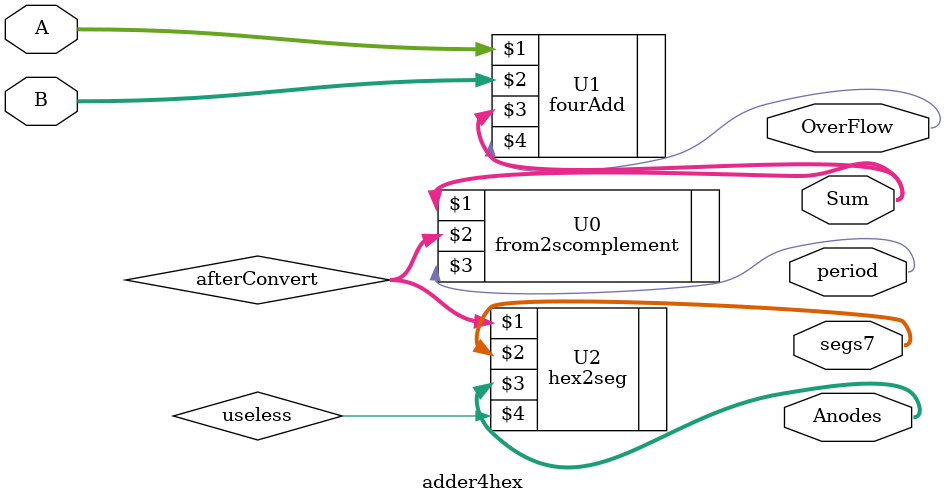
<source format=v>
`timescale 1ns / 1ps
module adder4hex(
    input [3:0] A,
    input [3:0] B,
    output [3:0] Sum,
    output OverFlow,
    output [6:0] segs7,
    output [3:0] Anodes,
	 output period
    );
wire [3:0] afterConvert;
wire useless;

fourAdd U1(A,B,Sum,OverFlow);

from2scomplement U0 (Sum,afterConvert,period);

hex2seg U2(afterConvert,segs7,Anodes,useless);

endmodule

</source>
